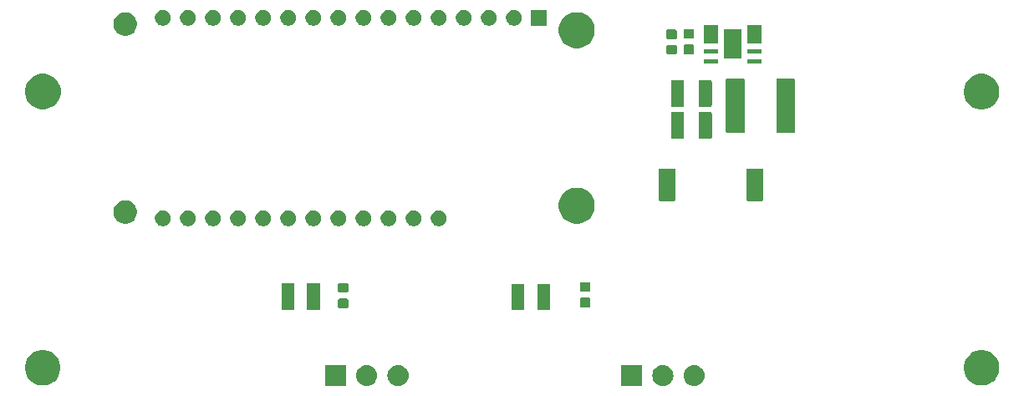
<source format=gbr>
G04 #@! TF.GenerationSoftware,KiCad,Pcbnew,5.1.4*
G04 #@! TF.CreationDate,2019-08-23T17:49:04-04:00*
G04 #@! TF.ProjectId,siot-gateway-particle,73696f74-2d67-4617-9465-7761792d7061,rev?*
G04 #@! TF.SameCoordinates,Original*
G04 #@! TF.FileFunction,Soldermask,Top*
G04 #@! TF.FilePolarity,Negative*
%FSLAX46Y46*%
G04 Gerber Fmt 4.6, Leading zero omitted, Abs format (unit mm)*
G04 Created by KiCad (PCBNEW 5.1.4) date 2019-08-23 17:49:04*
%MOMM*%
%LPD*%
G04 APERTURE LIST*
%ADD10C,0.100000*%
G04 APERTURE END LIST*
D10*
G36*
X125066800Y-114066800D02*
G01*
X122933200Y-114066800D01*
X122933200Y-111933200D01*
X125066800Y-111933200D01*
X125066800Y-114066800D01*
X125066800Y-114066800D01*
G37*
G36*
X157384129Y-111948636D02*
G01*
X157585222Y-112009637D01*
X157770550Y-112108697D01*
X157932991Y-112242009D01*
X158066303Y-112404450D01*
X158165363Y-112589778D01*
X158226364Y-112790871D01*
X158246961Y-113000000D01*
X158226364Y-113209129D01*
X158165363Y-113410222D01*
X158066303Y-113595550D01*
X157932991Y-113757991D01*
X157770550Y-113891303D01*
X157585222Y-113990363D01*
X157384129Y-114051364D01*
X157227402Y-114066800D01*
X157122598Y-114066800D01*
X156965871Y-114051364D01*
X156764778Y-113990363D01*
X156579450Y-113891303D01*
X156417009Y-113757991D01*
X156283697Y-113595550D01*
X156184637Y-113410222D01*
X156123636Y-113209129D01*
X156103039Y-113000000D01*
X156123636Y-112790871D01*
X156184637Y-112589778D01*
X156283697Y-112404450D01*
X156417009Y-112242009D01*
X156579450Y-112108697D01*
X156764778Y-112009637D01*
X156965871Y-111948636D01*
X157122598Y-111933200D01*
X157227402Y-111933200D01*
X157384129Y-111948636D01*
X157384129Y-111948636D01*
G37*
G36*
X160559129Y-111948636D02*
G01*
X160760222Y-112009637D01*
X160945550Y-112108697D01*
X161107991Y-112242009D01*
X161241303Y-112404450D01*
X161340363Y-112589778D01*
X161401364Y-112790871D01*
X161421961Y-113000000D01*
X161401364Y-113209129D01*
X161340363Y-113410222D01*
X161241303Y-113595550D01*
X161107991Y-113757991D01*
X160945550Y-113891303D01*
X160760222Y-113990363D01*
X160559129Y-114051364D01*
X160402402Y-114066800D01*
X160297598Y-114066800D01*
X160140871Y-114051364D01*
X159939778Y-113990363D01*
X159754450Y-113891303D01*
X159592009Y-113757991D01*
X159458697Y-113595550D01*
X159359637Y-113410222D01*
X159298636Y-113209129D01*
X159278039Y-113000000D01*
X159298636Y-112790871D01*
X159359637Y-112589778D01*
X159458697Y-112404450D01*
X159592009Y-112242009D01*
X159754450Y-112108697D01*
X159939778Y-112009637D01*
X160140871Y-111948636D01*
X160297598Y-111933200D01*
X160402402Y-111933200D01*
X160559129Y-111948636D01*
X160559129Y-111948636D01*
G37*
G36*
X155066800Y-114066800D02*
G01*
X152933200Y-114066800D01*
X152933200Y-111933200D01*
X155066800Y-111933200D01*
X155066800Y-114066800D01*
X155066800Y-114066800D01*
G37*
G36*
X127384129Y-111948636D02*
G01*
X127585222Y-112009637D01*
X127770550Y-112108697D01*
X127932991Y-112242009D01*
X128066303Y-112404450D01*
X128165363Y-112589778D01*
X128226364Y-112790871D01*
X128246961Y-113000000D01*
X128226364Y-113209129D01*
X128165363Y-113410222D01*
X128066303Y-113595550D01*
X127932991Y-113757991D01*
X127770550Y-113891303D01*
X127585222Y-113990363D01*
X127384129Y-114051364D01*
X127227402Y-114066800D01*
X127122598Y-114066800D01*
X126965871Y-114051364D01*
X126764778Y-113990363D01*
X126579450Y-113891303D01*
X126417009Y-113757991D01*
X126283697Y-113595550D01*
X126184637Y-113410222D01*
X126123636Y-113209129D01*
X126103039Y-113000000D01*
X126123636Y-112790871D01*
X126184637Y-112589778D01*
X126283697Y-112404450D01*
X126417009Y-112242009D01*
X126579450Y-112108697D01*
X126764778Y-112009637D01*
X126965871Y-111948636D01*
X127122598Y-111933200D01*
X127227402Y-111933200D01*
X127384129Y-111948636D01*
X127384129Y-111948636D01*
G37*
G36*
X130559129Y-111948636D02*
G01*
X130760222Y-112009637D01*
X130945550Y-112108697D01*
X131107991Y-112242009D01*
X131241303Y-112404450D01*
X131340363Y-112589778D01*
X131401364Y-112790871D01*
X131421961Y-113000000D01*
X131401364Y-113209129D01*
X131340363Y-113410222D01*
X131241303Y-113595550D01*
X131107991Y-113757991D01*
X130945550Y-113891303D01*
X130760222Y-113990363D01*
X130559129Y-114051364D01*
X130402402Y-114066800D01*
X130297598Y-114066800D01*
X130140871Y-114051364D01*
X129939778Y-113990363D01*
X129754450Y-113891303D01*
X129592009Y-113757991D01*
X129458697Y-113595550D01*
X129359637Y-113410222D01*
X129298636Y-113209129D01*
X129278039Y-113000000D01*
X129298636Y-112790871D01*
X129359637Y-112589778D01*
X129458697Y-112404450D01*
X129592009Y-112242009D01*
X129754450Y-112108697D01*
X129939778Y-112009637D01*
X130140871Y-111948636D01*
X130297598Y-111933200D01*
X130402402Y-111933200D01*
X130559129Y-111948636D01*
X130559129Y-111948636D01*
G37*
G36*
X189975274Y-110478404D02*
G01*
X190302999Y-110614152D01*
X190523707Y-110761625D01*
X190597945Y-110811229D01*
X190848771Y-111062055D01*
X190848772Y-111062057D01*
X191045848Y-111357001D01*
X191181596Y-111684726D01*
X191250800Y-112032637D01*
X191250800Y-112387363D01*
X191181596Y-112735274D01*
X191045848Y-113062999D01*
X190898375Y-113283707D01*
X190848771Y-113357945D01*
X190597945Y-113608771D01*
X190523707Y-113658375D01*
X190302999Y-113805848D01*
X189975274Y-113941596D01*
X189627363Y-114010800D01*
X189272637Y-114010800D01*
X188924726Y-113941596D01*
X188597001Y-113805848D01*
X188376293Y-113658375D01*
X188302055Y-113608771D01*
X188051229Y-113357945D01*
X188001625Y-113283707D01*
X187854152Y-113062999D01*
X187718404Y-112735274D01*
X187649200Y-112387363D01*
X187649200Y-112032637D01*
X187718404Y-111684726D01*
X187854152Y-111357001D01*
X188051228Y-111062057D01*
X188051229Y-111062055D01*
X188302055Y-110811229D01*
X188376293Y-110761625D01*
X188597001Y-110614152D01*
X188924726Y-110478404D01*
X189272637Y-110409200D01*
X189627363Y-110409200D01*
X189975274Y-110478404D01*
X189975274Y-110478404D01*
G37*
G36*
X94885274Y-110468404D02*
G01*
X95212999Y-110604152D01*
X95433707Y-110751625D01*
X95507945Y-110801229D01*
X95758771Y-111052055D01*
X95765454Y-111062057D01*
X95955848Y-111347001D01*
X96091596Y-111674726D01*
X96160800Y-112022637D01*
X96160800Y-112377363D01*
X96091596Y-112725274D01*
X95955848Y-113052999D01*
X95851525Y-113209129D01*
X95758771Y-113347945D01*
X95507945Y-113598771D01*
X95492977Y-113608772D01*
X95212999Y-113795848D01*
X94885274Y-113931596D01*
X94537363Y-114000800D01*
X94182637Y-114000800D01*
X93834726Y-113931596D01*
X93507001Y-113795848D01*
X93227023Y-113608772D01*
X93212055Y-113598771D01*
X92961229Y-113347945D01*
X92868475Y-113209129D01*
X92764152Y-113052999D01*
X92628404Y-112725274D01*
X92559200Y-112377363D01*
X92559200Y-112022637D01*
X92628404Y-111674726D01*
X92764152Y-111347001D01*
X92954546Y-111062057D01*
X92961229Y-111052055D01*
X93212055Y-110801229D01*
X93286293Y-110751625D01*
X93507001Y-110604152D01*
X93834726Y-110468404D01*
X94182637Y-110399200D01*
X94537363Y-110399200D01*
X94885274Y-110468404D01*
X94885274Y-110468404D01*
G37*
G36*
X145780800Y-106375800D02*
G01*
X144459200Y-106375800D01*
X144459200Y-103724200D01*
X145780800Y-103724200D01*
X145780800Y-106375800D01*
X145780800Y-106375800D01*
G37*
G36*
X143160800Y-106375800D02*
G01*
X141839200Y-106375800D01*
X141839200Y-103724200D01*
X143160800Y-103724200D01*
X143160800Y-106375800D01*
X143160800Y-106375800D01*
G37*
G36*
X119850800Y-106325800D02*
G01*
X118529200Y-106325800D01*
X118529200Y-103674200D01*
X119850800Y-103674200D01*
X119850800Y-106325800D01*
X119850800Y-106325800D01*
G37*
G36*
X122470800Y-106325800D02*
G01*
X121149200Y-106325800D01*
X121149200Y-103674200D01*
X122470800Y-103674200D01*
X122470800Y-106325800D01*
X122470800Y-106325800D01*
G37*
G36*
X125193528Y-105203114D02*
G01*
X125224166Y-105212408D01*
X125252416Y-105227508D01*
X125277174Y-105247826D01*
X125297492Y-105272584D01*
X125312592Y-105300834D01*
X125321886Y-105331472D01*
X125325800Y-105371214D01*
X125325800Y-106003786D01*
X125321886Y-106043528D01*
X125312592Y-106074166D01*
X125297492Y-106102416D01*
X125277174Y-106127174D01*
X125252416Y-106147492D01*
X125224166Y-106162592D01*
X125193528Y-106171886D01*
X125153786Y-106175800D01*
X124446214Y-106175800D01*
X124406472Y-106171886D01*
X124375834Y-106162592D01*
X124347584Y-106147492D01*
X124322826Y-106127174D01*
X124302508Y-106102416D01*
X124287408Y-106074166D01*
X124278114Y-106043528D01*
X124274200Y-106003786D01*
X124274200Y-105371214D01*
X124278114Y-105331472D01*
X124287408Y-105300834D01*
X124302508Y-105272584D01*
X124322826Y-105247826D01*
X124347584Y-105227508D01*
X124375834Y-105212408D01*
X124406472Y-105203114D01*
X124446214Y-105199200D01*
X125153786Y-105199200D01*
X125193528Y-105203114D01*
X125193528Y-105203114D01*
G37*
G36*
X149693528Y-105115614D02*
G01*
X149724166Y-105124908D01*
X149752416Y-105140008D01*
X149777174Y-105160326D01*
X149797492Y-105185084D01*
X149812592Y-105213334D01*
X149821886Y-105243972D01*
X149825800Y-105283714D01*
X149825800Y-105916286D01*
X149821886Y-105956028D01*
X149812592Y-105986666D01*
X149797492Y-106014916D01*
X149777174Y-106039674D01*
X149752416Y-106059992D01*
X149724166Y-106075092D01*
X149693528Y-106084386D01*
X149653786Y-106088300D01*
X148946214Y-106088300D01*
X148906472Y-106084386D01*
X148875834Y-106075092D01*
X148847584Y-106059992D01*
X148822826Y-106039674D01*
X148802508Y-106014916D01*
X148787408Y-105986666D01*
X148778114Y-105956028D01*
X148774200Y-105916286D01*
X148774200Y-105283714D01*
X148778114Y-105243972D01*
X148787408Y-105213334D01*
X148802508Y-105185084D01*
X148822826Y-105160326D01*
X148847584Y-105140008D01*
X148875834Y-105124908D01*
X148906472Y-105115614D01*
X148946214Y-105111700D01*
X149653786Y-105111700D01*
X149693528Y-105115614D01*
X149693528Y-105115614D01*
G37*
G36*
X125193528Y-103628114D02*
G01*
X125224166Y-103637408D01*
X125252416Y-103652508D01*
X125277174Y-103672826D01*
X125297492Y-103697584D01*
X125312592Y-103725834D01*
X125321886Y-103756472D01*
X125325800Y-103796214D01*
X125325800Y-104428786D01*
X125321886Y-104468528D01*
X125312592Y-104499166D01*
X125297492Y-104527416D01*
X125277174Y-104552174D01*
X125252416Y-104572492D01*
X125224166Y-104587592D01*
X125193528Y-104596886D01*
X125153786Y-104600800D01*
X124446214Y-104600800D01*
X124406472Y-104596886D01*
X124375834Y-104587592D01*
X124347584Y-104572492D01*
X124322826Y-104552174D01*
X124302508Y-104527416D01*
X124287408Y-104499166D01*
X124278114Y-104468528D01*
X124274200Y-104428786D01*
X124274200Y-103796214D01*
X124278114Y-103756472D01*
X124287408Y-103725834D01*
X124302508Y-103697584D01*
X124322826Y-103672826D01*
X124347584Y-103652508D01*
X124375834Y-103637408D01*
X124406472Y-103628114D01*
X124446214Y-103624200D01*
X125153786Y-103624200D01*
X125193528Y-103628114D01*
X125193528Y-103628114D01*
G37*
G36*
X149693528Y-103540614D02*
G01*
X149724166Y-103549908D01*
X149752416Y-103565008D01*
X149777174Y-103585326D01*
X149797492Y-103610084D01*
X149812592Y-103638334D01*
X149821886Y-103668972D01*
X149825800Y-103708714D01*
X149825800Y-104341286D01*
X149821886Y-104381028D01*
X149812592Y-104411666D01*
X149797492Y-104439916D01*
X149777174Y-104464674D01*
X149752416Y-104484992D01*
X149724166Y-104500092D01*
X149693528Y-104509386D01*
X149653786Y-104513300D01*
X148946214Y-104513300D01*
X148906472Y-104509386D01*
X148875834Y-104500092D01*
X148847584Y-104484992D01*
X148822826Y-104464674D01*
X148802508Y-104439916D01*
X148787408Y-104411666D01*
X148778114Y-104381028D01*
X148774200Y-104341286D01*
X148774200Y-103708714D01*
X148778114Y-103668972D01*
X148787408Y-103638334D01*
X148802508Y-103610084D01*
X148822826Y-103585326D01*
X148847584Y-103565008D01*
X148875834Y-103549908D01*
X148906472Y-103540614D01*
X148946214Y-103536700D01*
X149653786Y-103536700D01*
X149693528Y-103540614D01*
X149693528Y-103540614D01*
G37*
G36*
X134714751Y-96276128D02*
G01*
X134714753Y-96276129D01*
X134714754Y-96276129D01*
X134861216Y-96336795D01*
X134993031Y-96424872D01*
X135105128Y-96536969D01*
X135193205Y-96668784D01*
X135253871Y-96815246D01*
X135253872Y-96815249D01*
X135284800Y-96970734D01*
X135284800Y-97129266D01*
X135270626Y-97200521D01*
X135253871Y-97284754D01*
X135193205Y-97431216D01*
X135105128Y-97563031D01*
X134993031Y-97675128D01*
X134861216Y-97763205D01*
X134714754Y-97823871D01*
X134714753Y-97823871D01*
X134714751Y-97823872D01*
X134559266Y-97854800D01*
X134400734Y-97854800D01*
X134245249Y-97823872D01*
X134245247Y-97823871D01*
X134245246Y-97823871D01*
X134098784Y-97763205D01*
X133966969Y-97675128D01*
X133854872Y-97563031D01*
X133766795Y-97431216D01*
X133706129Y-97284754D01*
X133689374Y-97200521D01*
X133675200Y-97129266D01*
X133675200Y-96970734D01*
X133706128Y-96815249D01*
X133706129Y-96815246D01*
X133766795Y-96668784D01*
X133854872Y-96536969D01*
X133966969Y-96424872D01*
X134098784Y-96336795D01*
X134245246Y-96276129D01*
X134245247Y-96276129D01*
X134245249Y-96276128D01*
X134400734Y-96245200D01*
X134559266Y-96245200D01*
X134714751Y-96276128D01*
X134714751Y-96276128D01*
G37*
G36*
X132174751Y-96276128D02*
G01*
X132174753Y-96276129D01*
X132174754Y-96276129D01*
X132321216Y-96336795D01*
X132453031Y-96424872D01*
X132565128Y-96536969D01*
X132653205Y-96668784D01*
X132713871Y-96815246D01*
X132713872Y-96815249D01*
X132744800Y-96970734D01*
X132744800Y-97129266D01*
X132730626Y-97200521D01*
X132713871Y-97284754D01*
X132653205Y-97431216D01*
X132565128Y-97563031D01*
X132453031Y-97675128D01*
X132321216Y-97763205D01*
X132174754Y-97823871D01*
X132174753Y-97823871D01*
X132174751Y-97823872D01*
X132019266Y-97854800D01*
X131860734Y-97854800D01*
X131705249Y-97823872D01*
X131705247Y-97823871D01*
X131705246Y-97823871D01*
X131558784Y-97763205D01*
X131426969Y-97675128D01*
X131314872Y-97563031D01*
X131226795Y-97431216D01*
X131166129Y-97284754D01*
X131149374Y-97200521D01*
X131135200Y-97129266D01*
X131135200Y-96970734D01*
X131166128Y-96815249D01*
X131166129Y-96815246D01*
X131226795Y-96668784D01*
X131314872Y-96536969D01*
X131426969Y-96424872D01*
X131558784Y-96336795D01*
X131705246Y-96276129D01*
X131705247Y-96276129D01*
X131705249Y-96276128D01*
X131860734Y-96245200D01*
X132019266Y-96245200D01*
X132174751Y-96276128D01*
X132174751Y-96276128D01*
G37*
G36*
X127094751Y-96276128D02*
G01*
X127094753Y-96276129D01*
X127094754Y-96276129D01*
X127241216Y-96336795D01*
X127373031Y-96424872D01*
X127485128Y-96536969D01*
X127573205Y-96668784D01*
X127633871Y-96815246D01*
X127633872Y-96815249D01*
X127664800Y-96970734D01*
X127664800Y-97129266D01*
X127650626Y-97200521D01*
X127633871Y-97284754D01*
X127573205Y-97431216D01*
X127485128Y-97563031D01*
X127373031Y-97675128D01*
X127241216Y-97763205D01*
X127094754Y-97823871D01*
X127094753Y-97823871D01*
X127094751Y-97823872D01*
X126939266Y-97854800D01*
X126780734Y-97854800D01*
X126625249Y-97823872D01*
X126625247Y-97823871D01*
X126625246Y-97823871D01*
X126478784Y-97763205D01*
X126346969Y-97675128D01*
X126234872Y-97563031D01*
X126146795Y-97431216D01*
X126086129Y-97284754D01*
X126069374Y-97200521D01*
X126055200Y-97129266D01*
X126055200Y-96970734D01*
X126086128Y-96815249D01*
X126086129Y-96815246D01*
X126146795Y-96668784D01*
X126234872Y-96536969D01*
X126346969Y-96424872D01*
X126478784Y-96336795D01*
X126625246Y-96276129D01*
X126625247Y-96276129D01*
X126625249Y-96276128D01*
X126780734Y-96245200D01*
X126939266Y-96245200D01*
X127094751Y-96276128D01*
X127094751Y-96276128D01*
G37*
G36*
X111854751Y-96276128D02*
G01*
X111854753Y-96276129D01*
X111854754Y-96276129D01*
X112001216Y-96336795D01*
X112133031Y-96424872D01*
X112245128Y-96536969D01*
X112333205Y-96668784D01*
X112393871Y-96815246D01*
X112393872Y-96815249D01*
X112424800Y-96970734D01*
X112424800Y-97129266D01*
X112410626Y-97200521D01*
X112393871Y-97284754D01*
X112333205Y-97431216D01*
X112245128Y-97563031D01*
X112133031Y-97675128D01*
X112001216Y-97763205D01*
X111854754Y-97823871D01*
X111854753Y-97823871D01*
X111854751Y-97823872D01*
X111699266Y-97854800D01*
X111540734Y-97854800D01*
X111385249Y-97823872D01*
X111385247Y-97823871D01*
X111385246Y-97823871D01*
X111238784Y-97763205D01*
X111106969Y-97675128D01*
X110994872Y-97563031D01*
X110906795Y-97431216D01*
X110846129Y-97284754D01*
X110829374Y-97200521D01*
X110815200Y-97129266D01*
X110815200Y-96970734D01*
X110846128Y-96815249D01*
X110846129Y-96815246D01*
X110906795Y-96668784D01*
X110994872Y-96536969D01*
X111106969Y-96424872D01*
X111238784Y-96336795D01*
X111385246Y-96276129D01*
X111385247Y-96276129D01*
X111385249Y-96276128D01*
X111540734Y-96245200D01*
X111699266Y-96245200D01*
X111854751Y-96276128D01*
X111854751Y-96276128D01*
G37*
G36*
X124554751Y-96276128D02*
G01*
X124554753Y-96276129D01*
X124554754Y-96276129D01*
X124701216Y-96336795D01*
X124833031Y-96424872D01*
X124945128Y-96536969D01*
X125033205Y-96668784D01*
X125093871Y-96815246D01*
X125093872Y-96815249D01*
X125124800Y-96970734D01*
X125124800Y-97129266D01*
X125110626Y-97200521D01*
X125093871Y-97284754D01*
X125033205Y-97431216D01*
X124945128Y-97563031D01*
X124833031Y-97675128D01*
X124701216Y-97763205D01*
X124554754Y-97823871D01*
X124554753Y-97823871D01*
X124554751Y-97823872D01*
X124399266Y-97854800D01*
X124240734Y-97854800D01*
X124085249Y-97823872D01*
X124085247Y-97823871D01*
X124085246Y-97823871D01*
X123938784Y-97763205D01*
X123806969Y-97675128D01*
X123694872Y-97563031D01*
X123606795Y-97431216D01*
X123546129Y-97284754D01*
X123529374Y-97200521D01*
X123515200Y-97129266D01*
X123515200Y-96970734D01*
X123546128Y-96815249D01*
X123546129Y-96815246D01*
X123606795Y-96668784D01*
X123694872Y-96536969D01*
X123806969Y-96424872D01*
X123938784Y-96336795D01*
X124085246Y-96276129D01*
X124085247Y-96276129D01*
X124085249Y-96276128D01*
X124240734Y-96245200D01*
X124399266Y-96245200D01*
X124554751Y-96276128D01*
X124554751Y-96276128D01*
G37*
G36*
X122014751Y-96276128D02*
G01*
X122014753Y-96276129D01*
X122014754Y-96276129D01*
X122161216Y-96336795D01*
X122293031Y-96424872D01*
X122405128Y-96536969D01*
X122493205Y-96668784D01*
X122553871Y-96815246D01*
X122553872Y-96815249D01*
X122584800Y-96970734D01*
X122584800Y-97129266D01*
X122570626Y-97200521D01*
X122553871Y-97284754D01*
X122493205Y-97431216D01*
X122405128Y-97563031D01*
X122293031Y-97675128D01*
X122161216Y-97763205D01*
X122014754Y-97823871D01*
X122014753Y-97823871D01*
X122014751Y-97823872D01*
X121859266Y-97854800D01*
X121700734Y-97854800D01*
X121545249Y-97823872D01*
X121545247Y-97823871D01*
X121545246Y-97823871D01*
X121398784Y-97763205D01*
X121266969Y-97675128D01*
X121154872Y-97563031D01*
X121066795Y-97431216D01*
X121006129Y-97284754D01*
X120989374Y-97200521D01*
X120975200Y-97129266D01*
X120975200Y-96970734D01*
X121006128Y-96815249D01*
X121006129Y-96815246D01*
X121066795Y-96668784D01*
X121154872Y-96536969D01*
X121266969Y-96424872D01*
X121398784Y-96336795D01*
X121545246Y-96276129D01*
X121545247Y-96276129D01*
X121545249Y-96276128D01*
X121700734Y-96245200D01*
X121859266Y-96245200D01*
X122014751Y-96276128D01*
X122014751Y-96276128D01*
G37*
G36*
X119474751Y-96276128D02*
G01*
X119474753Y-96276129D01*
X119474754Y-96276129D01*
X119621216Y-96336795D01*
X119753031Y-96424872D01*
X119865128Y-96536969D01*
X119953205Y-96668784D01*
X120013871Y-96815246D01*
X120013872Y-96815249D01*
X120044800Y-96970734D01*
X120044800Y-97129266D01*
X120030626Y-97200521D01*
X120013871Y-97284754D01*
X119953205Y-97431216D01*
X119865128Y-97563031D01*
X119753031Y-97675128D01*
X119621216Y-97763205D01*
X119474754Y-97823871D01*
X119474753Y-97823871D01*
X119474751Y-97823872D01*
X119319266Y-97854800D01*
X119160734Y-97854800D01*
X119005249Y-97823872D01*
X119005247Y-97823871D01*
X119005246Y-97823871D01*
X118858784Y-97763205D01*
X118726969Y-97675128D01*
X118614872Y-97563031D01*
X118526795Y-97431216D01*
X118466129Y-97284754D01*
X118449374Y-97200521D01*
X118435200Y-97129266D01*
X118435200Y-96970734D01*
X118466128Y-96815249D01*
X118466129Y-96815246D01*
X118526795Y-96668784D01*
X118614872Y-96536969D01*
X118726969Y-96424872D01*
X118858784Y-96336795D01*
X119005246Y-96276129D01*
X119005247Y-96276129D01*
X119005249Y-96276128D01*
X119160734Y-96245200D01*
X119319266Y-96245200D01*
X119474751Y-96276128D01*
X119474751Y-96276128D01*
G37*
G36*
X116934751Y-96276128D02*
G01*
X116934753Y-96276129D01*
X116934754Y-96276129D01*
X117081216Y-96336795D01*
X117213031Y-96424872D01*
X117325128Y-96536969D01*
X117413205Y-96668784D01*
X117473871Y-96815246D01*
X117473872Y-96815249D01*
X117504800Y-96970734D01*
X117504800Y-97129266D01*
X117490626Y-97200521D01*
X117473871Y-97284754D01*
X117413205Y-97431216D01*
X117325128Y-97563031D01*
X117213031Y-97675128D01*
X117081216Y-97763205D01*
X116934754Y-97823871D01*
X116934753Y-97823871D01*
X116934751Y-97823872D01*
X116779266Y-97854800D01*
X116620734Y-97854800D01*
X116465249Y-97823872D01*
X116465247Y-97823871D01*
X116465246Y-97823871D01*
X116318784Y-97763205D01*
X116186969Y-97675128D01*
X116074872Y-97563031D01*
X115986795Y-97431216D01*
X115926129Y-97284754D01*
X115909374Y-97200521D01*
X115895200Y-97129266D01*
X115895200Y-96970734D01*
X115926128Y-96815249D01*
X115926129Y-96815246D01*
X115986795Y-96668784D01*
X116074872Y-96536969D01*
X116186969Y-96424872D01*
X116318784Y-96336795D01*
X116465246Y-96276129D01*
X116465247Y-96276129D01*
X116465249Y-96276128D01*
X116620734Y-96245200D01*
X116779266Y-96245200D01*
X116934751Y-96276128D01*
X116934751Y-96276128D01*
G37*
G36*
X114394751Y-96276128D02*
G01*
X114394753Y-96276129D01*
X114394754Y-96276129D01*
X114541216Y-96336795D01*
X114673031Y-96424872D01*
X114785128Y-96536969D01*
X114873205Y-96668784D01*
X114933871Y-96815246D01*
X114933872Y-96815249D01*
X114964800Y-96970734D01*
X114964800Y-97129266D01*
X114950626Y-97200521D01*
X114933871Y-97284754D01*
X114873205Y-97431216D01*
X114785128Y-97563031D01*
X114673031Y-97675128D01*
X114541216Y-97763205D01*
X114394754Y-97823871D01*
X114394753Y-97823871D01*
X114394751Y-97823872D01*
X114239266Y-97854800D01*
X114080734Y-97854800D01*
X113925249Y-97823872D01*
X113925247Y-97823871D01*
X113925246Y-97823871D01*
X113778784Y-97763205D01*
X113646969Y-97675128D01*
X113534872Y-97563031D01*
X113446795Y-97431216D01*
X113386129Y-97284754D01*
X113369374Y-97200521D01*
X113355200Y-97129266D01*
X113355200Y-96970734D01*
X113386128Y-96815249D01*
X113386129Y-96815246D01*
X113446795Y-96668784D01*
X113534872Y-96536969D01*
X113646969Y-96424872D01*
X113778784Y-96336795D01*
X113925246Y-96276129D01*
X113925247Y-96276129D01*
X113925249Y-96276128D01*
X114080734Y-96245200D01*
X114239266Y-96245200D01*
X114394751Y-96276128D01*
X114394751Y-96276128D01*
G37*
G36*
X109314751Y-96276128D02*
G01*
X109314753Y-96276129D01*
X109314754Y-96276129D01*
X109461216Y-96336795D01*
X109593031Y-96424872D01*
X109705128Y-96536969D01*
X109793205Y-96668784D01*
X109853871Y-96815246D01*
X109853872Y-96815249D01*
X109884800Y-96970734D01*
X109884800Y-97129266D01*
X109870626Y-97200521D01*
X109853871Y-97284754D01*
X109793205Y-97431216D01*
X109705128Y-97563031D01*
X109593031Y-97675128D01*
X109461216Y-97763205D01*
X109314754Y-97823871D01*
X109314753Y-97823871D01*
X109314751Y-97823872D01*
X109159266Y-97854800D01*
X109000734Y-97854800D01*
X108845249Y-97823872D01*
X108845247Y-97823871D01*
X108845246Y-97823871D01*
X108698784Y-97763205D01*
X108566969Y-97675128D01*
X108454872Y-97563031D01*
X108366795Y-97431216D01*
X108306129Y-97284754D01*
X108289374Y-97200521D01*
X108275200Y-97129266D01*
X108275200Y-96970734D01*
X108306128Y-96815249D01*
X108306129Y-96815246D01*
X108366795Y-96668784D01*
X108454872Y-96536969D01*
X108566969Y-96424872D01*
X108698784Y-96336795D01*
X108845246Y-96276129D01*
X108845247Y-96276129D01*
X108845249Y-96276128D01*
X109000734Y-96245200D01*
X109159266Y-96245200D01*
X109314751Y-96276128D01*
X109314751Y-96276128D01*
G37*
G36*
X106774751Y-96276128D02*
G01*
X106774753Y-96276129D01*
X106774754Y-96276129D01*
X106921216Y-96336795D01*
X107053031Y-96424872D01*
X107165128Y-96536969D01*
X107253205Y-96668784D01*
X107313871Y-96815246D01*
X107313872Y-96815249D01*
X107344800Y-96970734D01*
X107344800Y-97129266D01*
X107330626Y-97200521D01*
X107313871Y-97284754D01*
X107253205Y-97431216D01*
X107165128Y-97563031D01*
X107053031Y-97675128D01*
X106921216Y-97763205D01*
X106774754Y-97823871D01*
X106774753Y-97823871D01*
X106774751Y-97823872D01*
X106619266Y-97854800D01*
X106460734Y-97854800D01*
X106305249Y-97823872D01*
X106305247Y-97823871D01*
X106305246Y-97823871D01*
X106158784Y-97763205D01*
X106026969Y-97675128D01*
X105914872Y-97563031D01*
X105826795Y-97431216D01*
X105766129Y-97284754D01*
X105749374Y-97200521D01*
X105735200Y-97129266D01*
X105735200Y-96970734D01*
X105766128Y-96815249D01*
X105766129Y-96815246D01*
X105826795Y-96668784D01*
X105914872Y-96536969D01*
X106026969Y-96424872D01*
X106158784Y-96336795D01*
X106305246Y-96276129D01*
X106305247Y-96276129D01*
X106305249Y-96276128D01*
X106460734Y-96245200D01*
X106619266Y-96245200D01*
X106774751Y-96276128D01*
X106774751Y-96276128D01*
G37*
G36*
X129634751Y-96276128D02*
G01*
X129634753Y-96276129D01*
X129634754Y-96276129D01*
X129781216Y-96336795D01*
X129913031Y-96424872D01*
X130025128Y-96536969D01*
X130113205Y-96668784D01*
X130173871Y-96815246D01*
X130173872Y-96815249D01*
X130204800Y-96970734D01*
X130204800Y-97129266D01*
X130190626Y-97200521D01*
X130173871Y-97284754D01*
X130113205Y-97431216D01*
X130025128Y-97563031D01*
X129913031Y-97675128D01*
X129781216Y-97763205D01*
X129634754Y-97823871D01*
X129634753Y-97823871D01*
X129634751Y-97823872D01*
X129479266Y-97854800D01*
X129320734Y-97854800D01*
X129165249Y-97823872D01*
X129165247Y-97823871D01*
X129165246Y-97823871D01*
X129018784Y-97763205D01*
X128886969Y-97675128D01*
X128774872Y-97563031D01*
X128686795Y-97431216D01*
X128626129Y-97284754D01*
X128609374Y-97200521D01*
X128595200Y-97129266D01*
X128595200Y-96970734D01*
X128626128Y-96815249D01*
X128626129Y-96815246D01*
X128686795Y-96668784D01*
X128774872Y-96536969D01*
X128886969Y-96424872D01*
X129018784Y-96336795D01*
X129165246Y-96276129D01*
X129165247Y-96276129D01*
X129165249Y-96276128D01*
X129320734Y-96245200D01*
X129479266Y-96245200D01*
X129634751Y-96276128D01*
X129634751Y-96276128D01*
G37*
G36*
X148983441Y-94021480D02*
G01*
X149316262Y-94159338D01*
X149615792Y-94359478D01*
X149870522Y-94614208D01*
X150070662Y-94913738D01*
X150208520Y-95246559D01*
X150278800Y-95599879D01*
X150278800Y-95960121D01*
X150208520Y-96313441D01*
X150070662Y-96646262D01*
X149870522Y-96945792D01*
X149615792Y-97200522D01*
X149316262Y-97400662D01*
X148983441Y-97538520D01*
X148630121Y-97608800D01*
X148269879Y-97608800D01*
X147916559Y-97538520D01*
X147583738Y-97400662D01*
X147284208Y-97200522D01*
X147029478Y-96945792D01*
X146829338Y-96646262D01*
X146691480Y-96313441D01*
X146621200Y-95960121D01*
X146621200Y-95599879D01*
X146691480Y-95246559D01*
X146829338Y-94913738D01*
X147029478Y-94614208D01*
X147284208Y-94359478D01*
X147583738Y-94159338D01*
X147916559Y-94021480D01*
X148269879Y-93951200D01*
X148630121Y-93951200D01*
X148983441Y-94021480D01*
X148983441Y-94021480D01*
G37*
G36*
X103078219Y-95267077D02*
G01*
X103295476Y-95357068D01*
X103491003Y-95487715D01*
X103657285Y-95653997D01*
X103787932Y-95849524D01*
X103877923Y-96066781D01*
X103923800Y-96297421D01*
X103923800Y-96532579D01*
X103877923Y-96763219D01*
X103787932Y-96980476D01*
X103657285Y-97176003D01*
X103491003Y-97342285D01*
X103295476Y-97472932D01*
X103078219Y-97562923D01*
X102847579Y-97608800D01*
X102612421Y-97608800D01*
X102381781Y-97562923D01*
X102164524Y-97472932D01*
X101968997Y-97342285D01*
X101802715Y-97176003D01*
X101672068Y-96980476D01*
X101582077Y-96763219D01*
X101536200Y-96532579D01*
X101536200Y-96297421D01*
X101582077Y-96066781D01*
X101672068Y-95849524D01*
X101802715Y-95653997D01*
X101968997Y-95487715D01*
X102164524Y-95357068D01*
X102381781Y-95267077D01*
X102612421Y-95221200D01*
X102847579Y-95221200D01*
X103078219Y-95267077D01*
X103078219Y-95267077D01*
G37*
G36*
X167245349Y-92012711D02*
G01*
X167272082Y-92020820D01*
X167296708Y-92033983D01*
X167318298Y-92051702D01*
X167336017Y-92073292D01*
X167349180Y-92097918D01*
X167357289Y-92124651D01*
X167360800Y-92160296D01*
X167360800Y-95159704D01*
X167357289Y-95195349D01*
X167349180Y-95222082D01*
X167336017Y-95246708D01*
X167318298Y-95268298D01*
X167296708Y-95286017D01*
X167272082Y-95299180D01*
X167245349Y-95307289D01*
X167209704Y-95310800D01*
X165810296Y-95310800D01*
X165774651Y-95307289D01*
X165747918Y-95299180D01*
X165723292Y-95286017D01*
X165701702Y-95268298D01*
X165683983Y-95246708D01*
X165670820Y-95222082D01*
X165662711Y-95195349D01*
X165659200Y-95159704D01*
X165659200Y-92160296D01*
X165662711Y-92124651D01*
X165670820Y-92097918D01*
X165683983Y-92073292D01*
X165701702Y-92051702D01*
X165723292Y-92033983D01*
X165747918Y-92020820D01*
X165774651Y-92012711D01*
X165810296Y-92009200D01*
X167209704Y-92009200D01*
X167245349Y-92012711D01*
X167245349Y-92012711D01*
G37*
G36*
X158345349Y-92012711D02*
G01*
X158372082Y-92020820D01*
X158396708Y-92033983D01*
X158418298Y-92051702D01*
X158436017Y-92073292D01*
X158449180Y-92097918D01*
X158457289Y-92124651D01*
X158460800Y-92160296D01*
X158460800Y-95159704D01*
X158457289Y-95195349D01*
X158449180Y-95222082D01*
X158436017Y-95246708D01*
X158418298Y-95268298D01*
X158396708Y-95286017D01*
X158372082Y-95299180D01*
X158345349Y-95307289D01*
X158309704Y-95310800D01*
X156910296Y-95310800D01*
X156874651Y-95307289D01*
X156847918Y-95299180D01*
X156823292Y-95286017D01*
X156801702Y-95268298D01*
X156783983Y-95246708D01*
X156770820Y-95222082D01*
X156762711Y-95195349D01*
X156759200Y-95159704D01*
X156759200Y-92160296D01*
X156762711Y-92124651D01*
X156770820Y-92097918D01*
X156783983Y-92073292D01*
X156801702Y-92051702D01*
X156823292Y-92033983D01*
X156847918Y-92020820D01*
X156874651Y-92012711D01*
X156910296Y-92009200D01*
X158309704Y-92009200D01*
X158345349Y-92012711D01*
X158345349Y-92012711D01*
G37*
G36*
X161995340Y-86288310D02*
G01*
X162027892Y-86298185D01*
X162057898Y-86314223D01*
X162084195Y-86335805D01*
X162105777Y-86362102D01*
X162121815Y-86392108D01*
X162131690Y-86424660D01*
X162135800Y-86466385D01*
X162135800Y-88853615D01*
X162131690Y-88895340D01*
X162121815Y-88927892D01*
X162105777Y-88957898D01*
X162084195Y-88984195D01*
X162057898Y-89005777D01*
X162027892Y-89021815D01*
X161995340Y-89031690D01*
X161953615Y-89035800D01*
X160966385Y-89035800D01*
X160924660Y-89031690D01*
X160892108Y-89021815D01*
X160862102Y-89005777D01*
X160835805Y-88984195D01*
X160814223Y-88957898D01*
X160798185Y-88927892D01*
X160788310Y-88895340D01*
X160784200Y-88853615D01*
X160784200Y-86466385D01*
X160788310Y-86424660D01*
X160798185Y-86392108D01*
X160814223Y-86362102D01*
X160835805Y-86335805D01*
X160862102Y-86314223D01*
X160892108Y-86298185D01*
X160924660Y-86288310D01*
X160966385Y-86284200D01*
X161953615Y-86284200D01*
X161995340Y-86288310D01*
X161995340Y-86288310D01*
G37*
G36*
X159195340Y-86288310D02*
G01*
X159227892Y-86298185D01*
X159257898Y-86314223D01*
X159284195Y-86335805D01*
X159305777Y-86362102D01*
X159321815Y-86392108D01*
X159331690Y-86424660D01*
X159335800Y-86466385D01*
X159335800Y-88853615D01*
X159331690Y-88895340D01*
X159321815Y-88927892D01*
X159305777Y-88957898D01*
X159284195Y-88984195D01*
X159257898Y-89005777D01*
X159227892Y-89021815D01*
X159195340Y-89031690D01*
X159153615Y-89035800D01*
X158166385Y-89035800D01*
X158124660Y-89031690D01*
X158092108Y-89021815D01*
X158062102Y-89005777D01*
X158035805Y-88984195D01*
X158014223Y-88957898D01*
X157998185Y-88927892D01*
X157988310Y-88895340D01*
X157984200Y-88853615D01*
X157984200Y-86466385D01*
X157988310Y-86424660D01*
X157998185Y-86392108D01*
X158014223Y-86362102D01*
X158035805Y-86335805D01*
X158062102Y-86314223D01*
X158092108Y-86298185D01*
X158124660Y-86288310D01*
X158166385Y-86284200D01*
X159153615Y-86284200D01*
X159195340Y-86288310D01*
X159195340Y-86288310D01*
G37*
G36*
X170441077Y-82912815D02*
G01*
X170468798Y-82921224D01*
X170494347Y-82934880D01*
X170516741Y-82953259D01*
X170535120Y-82975653D01*
X170548776Y-83001202D01*
X170557185Y-83028923D01*
X170560800Y-83065621D01*
X170560800Y-88254379D01*
X170557185Y-88291077D01*
X170548776Y-88318798D01*
X170535120Y-88344347D01*
X170516741Y-88366741D01*
X170494347Y-88385120D01*
X170468798Y-88398776D01*
X170441077Y-88407185D01*
X170404379Y-88410800D01*
X168815621Y-88410800D01*
X168778923Y-88407185D01*
X168751202Y-88398776D01*
X168725653Y-88385120D01*
X168703259Y-88366741D01*
X168684880Y-88344347D01*
X168671224Y-88318798D01*
X168662815Y-88291077D01*
X168659200Y-88254379D01*
X168659200Y-83065621D01*
X168662815Y-83028923D01*
X168671224Y-83001202D01*
X168684880Y-82975653D01*
X168703259Y-82953259D01*
X168725653Y-82934880D01*
X168751202Y-82921224D01*
X168778923Y-82912815D01*
X168815621Y-82909200D01*
X170404379Y-82909200D01*
X170441077Y-82912815D01*
X170441077Y-82912815D01*
G37*
G36*
X165341077Y-82912815D02*
G01*
X165368798Y-82921224D01*
X165394347Y-82934880D01*
X165416741Y-82953259D01*
X165435120Y-82975653D01*
X165448776Y-83001202D01*
X165457185Y-83028923D01*
X165460800Y-83065621D01*
X165460800Y-88254379D01*
X165457185Y-88291077D01*
X165448776Y-88318798D01*
X165435120Y-88344347D01*
X165416741Y-88366741D01*
X165394347Y-88385120D01*
X165368798Y-88398776D01*
X165341077Y-88407185D01*
X165304379Y-88410800D01*
X163715621Y-88410800D01*
X163678923Y-88407185D01*
X163651202Y-88398776D01*
X163625653Y-88385120D01*
X163603259Y-88366741D01*
X163584880Y-88344347D01*
X163571224Y-88318798D01*
X163562815Y-88291077D01*
X163559200Y-88254379D01*
X163559200Y-83065621D01*
X163562815Y-83028923D01*
X163571224Y-83001202D01*
X163584880Y-82975653D01*
X163603259Y-82953259D01*
X163625653Y-82934880D01*
X163651202Y-82921224D01*
X163678923Y-82912815D01*
X163715621Y-82909200D01*
X165304379Y-82909200D01*
X165341077Y-82912815D01*
X165341077Y-82912815D01*
G37*
G36*
X189975274Y-82498404D02*
G01*
X190302999Y-82634152D01*
X190523707Y-82781625D01*
X190597945Y-82831229D01*
X190848771Y-83082055D01*
X190888897Y-83142108D01*
X191045848Y-83377001D01*
X191181596Y-83704726D01*
X191250800Y-84052637D01*
X191250800Y-84407363D01*
X191181596Y-84755274D01*
X191045848Y-85082999D01*
X190898375Y-85303707D01*
X190848771Y-85377945D01*
X190597945Y-85628771D01*
X190524430Y-85677892D01*
X190302999Y-85825848D01*
X189975274Y-85961596D01*
X189627363Y-86030800D01*
X189272637Y-86030800D01*
X188924726Y-85961596D01*
X188597001Y-85825848D01*
X188375570Y-85677892D01*
X188302055Y-85628771D01*
X188051229Y-85377945D01*
X188001625Y-85303707D01*
X187854152Y-85082999D01*
X187718404Y-84755274D01*
X187649200Y-84407363D01*
X187649200Y-84052637D01*
X187718404Y-83704726D01*
X187854152Y-83377001D01*
X188011103Y-83142108D01*
X188051229Y-83082055D01*
X188302055Y-82831229D01*
X188376293Y-82781625D01*
X188597001Y-82634152D01*
X188924726Y-82498404D01*
X189272637Y-82429200D01*
X189627363Y-82429200D01*
X189975274Y-82498404D01*
X189975274Y-82498404D01*
G37*
G36*
X94905274Y-82488404D02*
G01*
X95232999Y-82624152D01*
X95453707Y-82771625D01*
X95527945Y-82821229D01*
X95778771Y-83072055D01*
X95785454Y-83082057D01*
X95975848Y-83367001D01*
X96111596Y-83694726D01*
X96180800Y-84042637D01*
X96180800Y-84397363D01*
X96111596Y-84745274D01*
X95975848Y-85072999D01*
X95828375Y-85293707D01*
X95778771Y-85367945D01*
X95527945Y-85618771D01*
X95457767Y-85665662D01*
X95232999Y-85815848D01*
X94905274Y-85951596D01*
X94557363Y-86020800D01*
X94202637Y-86020800D01*
X93854726Y-85951596D01*
X93527001Y-85815848D01*
X93302233Y-85665662D01*
X93232055Y-85618771D01*
X92981229Y-85367945D01*
X92931625Y-85293707D01*
X92784152Y-85072999D01*
X92648404Y-84745274D01*
X92579200Y-84397363D01*
X92579200Y-84042637D01*
X92648404Y-83694726D01*
X92784152Y-83367001D01*
X92974546Y-83082057D01*
X92981229Y-83072055D01*
X93232055Y-82821229D01*
X93306293Y-82771625D01*
X93527001Y-82624152D01*
X93854726Y-82488404D01*
X94202637Y-82419200D01*
X94557363Y-82419200D01*
X94905274Y-82488404D01*
X94905274Y-82488404D01*
G37*
G36*
X159195340Y-83038310D02*
G01*
X159227892Y-83048185D01*
X159257898Y-83064223D01*
X159284195Y-83085805D01*
X159305777Y-83112102D01*
X159321815Y-83142108D01*
X159331690Y-83174660D01*
X159335800Y-83216385D01*
X159335800Y-85603615D01*
X159331690Y-85645340D01*
X159321815Y-85677892D01*
X159305777Y-85707898D01*
X159284195Y-85734195D01*
X159257898Y-85755777D01*
X159227892Y-85771815D01*
X159195340Y-85781690D01*
X159153615Y-85785800D01*
X158166385Y-85785800D01*
X158124660Y-85781690D01*
X158092108Y-85771815D01*
X158062102Y-85755777D01*
X158035805Y-85734195D01*
X158014223Y-85707898D01*
X157998185Y-85677892D01*
X157988310Y-85645340D01*
X157984200Y-85603615D01*
X157984200Y-83216385D01*
X157988310Y-83174660D01*
X157998185Y-83142108D01*
X158014223Y-83112102D01*
X158035805Y-83085805D01*
X158062102Y-83064223D01*
X158092108Y-83048185D01*
X158124660Y-83038310D01*
X158166385Y-83034200D01*
X159153615Y-83034200D01*
X159195340Y-83038310D01*
X159195340Y-83038310D01*
G37*
G36*
X161995340Y-83038310D02*
G01*
X162027892Y-83048185D01*
X162057898Y-83064223D01*
X162084195Y-83085805D01*
X162105777Y-83112102D01*
X162121815Y-83142108D01*
X162131690Y-83174660D01*
X162135800Y-83216385D01*
X162135800Y-85603615D01*
X162131690Y-85645340D01*
X162121815Y-85677892D01*
X162105777Y-85707898D01*
X162084195Y-85734195D01*
X162057898Y-85755777D01*
X162027892Y-85771815D01*
X161995340Y-85781690D01*
X161953615Y-85785800D01*
X160966385Y-85785800D01*
X160924660Y-85781690D01*
X160892108Y-85771815D01*
X160862102Y-85755777D01*
X160835805Y-85734195D01*
X160814223Y-85707898D01*
X160798185Y-85677892D01*
X160788310Y-85645340D01*
X160784200Y-85603615D01*
X160784200Y-83216385D01*
X160788310Y-83174660D01*
X160798185Y-83142108D01*
X160814223Y-83112102D01*
X160835805Y-83085805D01*
X160862102Y-83064223D01*
X160892108Y-83048185D01*
X160924660Y-83038310D01*
X160966385Y-83034200D01*
X161953615Y-83034200D01*
X161995340Y-83038310D01*
X161995340Y-83038310D01*
G37*
G36*
X167192800Y-81348800D02*
G01*
X165691200Y-81348800D01*
X165691200Y-80947200D01*
X167192800Y-80947200D01*
X167192800Y-81348800D01*
X167192800Y-81348800D01*
G37*
G36*
X162792800Y-81348800D02*
G01*
X161291200Y-81348800D01*
X161291200Y-80947200D01*
X162792800Y-80947200D01*
X162792800Y-81348800D01*
X162792800Y-81348800D01*
G37*
G36*
X165117800Y-80873800D02*
G01*
X163366200Y-80873800D01*
X163366200Y-77922200D01*
X165117800Y-77922200D01*
X165117800Y-80873800D01*
X165117800Y-80873800D01*
G37*
G36*
X158453528Y-79500614D02*
G01*
X158484166Y-79509908D01*
X158512416Y-79525008D01*
X158537174Y-79545326D01*
X158557492Y-79570084D01*
X158572592Y-79598334D01*
X158581886Y-79628972D01*
X158585800Y-79668714D01*
X158585800Y-80301286D01*
X158581886Y-80341028D01*
X158572592Y-80371666D01*
X158557492Y-80399916D01*
X158537174Y-80424674D01*
X158512416Y-80444992D01*
X158484166Y-80460092D01*
X158453528Y-80469386D01*
X158413786Y-80473300D01*
X157706214Y-80473300D01*
X157666472Y-80469386D01*
X157635834Y-80460092D01*
X157607584Y-80444992D01*
X157582826Y-80424674D01*
X157562508Y-80399916D01*
X157547408Y-80371666D01*
X157538114Y-80341028D01*
X157534200Y-80301286D01*
X157534200Y-79668714D01*
X157538114Y-79628972D01*
X157547408Y-79598334D01*
X157562508Y-79570084D01*
X157582826Y-79545326D01*
X157607584Y-79525008D01*
X157635834Y-79509908D01*
X157666472Y-79500614D01*
X157706214Y-79496700D01*
X158413786Y-79496700D01*
X158453528Y-79500614D01*
X158453528Y-79500614D01*
G37*
G36*
X160203528Y-79463114D02*
G01*
X160234166Y-79472408D01*
X160262416Y-79487508D01*
X160287174Y-79507826D01*
X160307492Y-79532584D01*
X160322592Y-79560834D01*
X160331886Y-79591472D01*
X160335800Y-79631214D01*
X160335800Y-80263786D01*
X160331886Y-80303528D01*
X160322592Y-80334166D01*
X160307492Y-80362416D01*
X160287174Y-80387174D01*
X160262416Y-80407492D01*
X160234166Y-80422592D01*
X160203528Y-80431886D01*
X160163786Y-80435800D01*
X159456214Y-80435800D01*
X159416472Y-80431886D01*
X159385834Y-80422592D01*
X159357584Y-80407492D01*
X159332826Y-80387174D01*
X159312508Y-80362416D01*
X159297408Y-80334166D01*
X159288114Y-80303528D01*
X159284200Y-80263786D01*
X159284200Y-79631214D01*
X159288114Y-79591472D01*
X159297408Y-79560834D01*
X159312508Y-79532584D01*
X159332826Y-79507826D01*
X159357584Y-79487508D01*
X159385834Y-79472408D01*
X159416472Y-79463114D01*
X159456214Y-79459200D01*
X160163786Y-79459200D01*
X160203528Y-79463114D01*
X160203528Y-79463114D01*
G37*
G36*
X167192800Y-80348800D02*
G01*
X165691200Y-80348800D01*
X165691200Y-79947200D01*
X167192800Y-79947200D01*
X167192800Y-80348800D01*
X167192800Y-80348800D01*
G37*
G36*
X162792800Y-80348800D02*
G01*
X161291200Y-80348800D01*
X161291200Y-79947200D01*
X162792800Y-79947200D01*
X162792800Y-80348800D01*
X162792800Y-80348800D01*
G37*
G36*
X148983441Y-76241480D02*
G01*
X149316262Y-76379338D01*
X149615792Y-76579478D01*
X149870522Y-76834208D01*
X150070662Y-77133738D01*
X150208520Y-77466559D01*
X150278800Y-77819879D01*
X150278800Y-78180121D01*
X150208520Y-78533441D01*
X150070662Y-78866262D01*
X149870522Y-79165792D01*
X149615792Y-79420522D01*
X149316262Y-79620662D01*
X148983441Y-79758520D01*
X148630121Y-79828800D01*
X148269879Y-79828800D01*
X147916559Y-79758520D01*
X147583738Y-79620662D01*
X147284208Y-79420522D01*
X147029478Y-79165792D01*
X146829338Y-78866262D01*
X146691480Y-78533441D01*
X146621200Y-78180121D01*
X146621200Y-77819879D01*
X146691480Y-77466559D01*
X146829338Y-77133738D01*
X147029478Y-76834208D01*
X147284208Y-76579478D01*
X147583738Y-76379338D01*
X147916559Y-76241480D01*
X148269879Y-76171200D01*
X148630121Y-76171200D01*
X148983441Y-76241480D01*
X148983441Y-76241480D01*
G37*
G36*
X167192800Y-79348800D02*
G01*
X165691200Y-79348800D01*
X165691200Y-77447200D01*
X167192800Y-77447200D01*
X167192800Y-79348800D01*
X167192800Y-79348800D01*
G37*
G36*
X162792800Y-79348800D02*
G01*
X161291200Y-79348800D01*
X161291200Y-77447200D01*
X162792800Y-77447200D01*
X162792800Y-79348800D01*
X162792800Y-79348800D01*
G37*
G36*
X158453528Y-77925614D02*
G01*
X158484166Y-77934908D01*
X158512416Y-77950008D01*
X158537174Y-77970326D01*
X158557492Y-77995084D01*
X158572592Y-78023334D01*
X158581886Y-78053972D01*
X158585800Y-78093714D01*
X158585800Y-78726286D01*
X158581886Y-78766028D01*
X158572592Y-78796666D01*
X158557492Y-78824916D01*
X158537174Y-78849674D01*
X158512416Y-78869992D01*
X158484166Y-78885092D01*
X158453528Y-78894386D01*
X158413786Y-78898300D01*
X157706214Y-78898300D01*
X157666472Y-78894386D01*
X157635834Y-78885092D01*
X157607584Y-78869992D01*
X157582826Y-78849674D01*
X157562508Y-78824916D01*
X157547408Y-78796666D01*
X157538114Y-78766028D01*
X157534200Y-78726286D01*
X157534200Y-78093714D01*
X157538114Y-78053972D01*
X157547408Y-78023334D01*
X157562508Y-77995084D01*
X157582826Y-77970326D01*
X157607584Y-77950008D01*
X157635834Y-77934908D01*
X157666472Y-77925614D01*
X157706214Y-77921700D01*
X158413786Y-77921700D01*
X158453528Y-77925614D01*
X158453528Y-77925614D01*
G37*
G36*
X160203528Y-77888114D02*
G01*
X160234166Y-77897408D01*
X160262416Y-77912508D01*
X160287174Y-77932826D01*
X160307492Y-77957584D01*
X160322592Y-77985834D01*
X160331886Y-78016472D01*
X160335800Y-78056214D01*
X160335800Y-78688786D01*
X160331886Y-78728528D01*
X160322592Y-78759166D01*
X160307492Y-78787416D01*
X160287174Y-78812174D01*
X160262416Y-78832492D01*
X160234166Y-78847592D01*
X160203528Y-78856886D01*
X160163786Y-78860800D01*
X159456214Y-78860800D01*
X159416472Y-78856886D01*
X159385834Y-78847592D01*
X159357584Y-78832492D01*
X159332826Y-78812174D01*
X159312508Y-78787416D01*
X159297408Y-78759166D01*
X159288114Y-78728528D01*
X159284200Y-78688786D01*
X159284200Y-78056214D01*
X159288114Y-78016472D01*
X159297408Y-77985834D01*
X159312508Y-77957584D01*
X159332826Y-77932826D01*
X159357584Y-77912508D01*
X159385834Y-77897408D01*
X159416472Y-77888114D01*
X159456214Y-77884200D01*
X160163786Y-77884200D01*
X160203528Y-77888114D01*
X160203528Y-77888114D01*
G37*
G36*
X103078219Y-76217077D02*
G01*
X103295476Y-76307068D01*
X103491003Y-76437715D01*
X103657285Y-76603997D01*
X103787932Y-76799524D01*
X103877923Y-77016781D01*
X103923800Y-77247421D01*
X103923800Y-77482579D01*
X103877923Y-77713219D01*
X103787932Y-77930476D01*
X103657285Y-78126003D01*
X103491003Y-78292285D01*
X103295476Y-78422932D01*
X103078219Y-78512923D01*
X102847579Y-78558800D01*
X102612421Y-78558800D01*
X102381781Y-78512923D01*
X102164524Y-78422932D01*
X101968997Y-78292285D01*
X101802715Y-78126003D01*
X101672068Y-77930476D01*
X101582077Y-77713219D01*
X101536200Y-77482579D01*
X101536200Y-77247421D01*
X101582077Y-77016781D01*
X101672068Y-76799524D01*
X101802715Y-76603997D01*
X101968997Y-76437715D01*
X102164524Y-76307068D01*
X102381781Y-76217077D01*
X102612421Y-76171200D01*
X102847579Y-76171200D01*
X103078219Y-76217077D01*
X103078219Y-76217077D01*
G37*
G36*
X134714751Y-75956128D02*
G01*
X134714753Y-75956129D01*
X134714754Y-75956129D01*
X134861216Y-76016795D01*
X134993031Y-76104872D01*
X135105128Y-76216969D01*
X135193205Y-76348784D01*
X135253871Y-76495246D01*
X135253872Y-76495249D01*
X135284800Y-76650734D01*
X135284800Y-76809266D01*
X135253872Y-76964751D01*
X135253871Y-76964754D01*
X135193205Y-77111216D01*
X135105128Y-77243031D01*
X134993031Y-77355128D01*
X134861216Y-77443205D01*
X134714754Y-77503871D01*
X134714753Y-77503871D01*
X134714751Y-77503872D01*
X134559266Y-77534800D01*
X134400734Y-77534800D01*
X134245249Y-77503872D01*
X134245247Y-77503871D01*
X134245246Y-77503871D01*
X134098784Y-77443205D01*
X133966969Y-77355128D01*
X133854872Y-77243031D01*
X133766795Y-77111216D01*
X133706129Y-76964754D01*
X133706128Y-76964751D01*
X133675200Y-76809266D01*
X133675200Y-76650734D01*
X133706128Y-76495249D01*
X133706129Y-76495246D01*
X133766795Y-76348784D01*
X133854872Y-76216969D01*
X133966969Y-76104872D01*
X134098784Y-76016795D01*
X134245246Y-75956129D01*
X134245247Y-75956129D01*
X134245249Y-75956128D01*
X134400734Y-75925200D01*
X134559266Y-75925200D01*
X134714751Y-75956128D01*
X134714751Y-75956128D01*
G37*
G36*
X145444800Y-77534800D02*
G01*
X143835200Y-77534800D01*
X143835200Y-75925200D01*
X145444800Y-75925200D01*
X145444800Y-77534800D01*
X145444800Y-77534800D01*
G37*
G36*
X142334751Y-75956128D02*
G01*
X142334753Y-75956129D01*
X142334754Y-75956129D01*
X142481216Y-76016795D01*
X142613031Y-76104872D01*
X142725128Y-76216969D01*
X142813205Y-76348784D01*
X142873871Y-76495246D01*
X142873872Y-76495249D01*
X142904800Y-76650734D01*
X142904800Y-76809266D01*
X142873872Y-76964751D01*
X142873871Y-76964754D01*
X142813205Y-77111216D01*
X142725128Y-77243031D01*
X142613031Y-77355128D01*
X142481216Y-77443205D01*
X142334754Y-77503871D01*
X142334753Y-77503871D01*
X142334751Y-77503872D01*
X142179266Y-77534800D01*
X142020734Y-77534800D01*
X141865249Y-77503872D01*
X141865247Y-77503871D01*
X141865246Y-77503871D01*
X141718784Y-77443205D01*
X141586969Y-77355128D01*
X141474872Y-77243031D01*
X141386795Y-77111216D01*
X141326129Y-76964754D01*
X141326128Y-76964751D01*
X141295200Y-76809266D01*
X141295200Y-76650734D01*
X141326128Y-76495249D01*
X141326129Y-76495246D01*
X141386795Y-76348784D01*
X141474872Y-76216969D01*
X141586969Y-76104872D01*
X141718784Y-76016795D01*
X141865246Y-75956129D01*
X141865247Y-75956129D01*
X141865249Y-75956128D01*
X142020734Y-75925200D01*
X142179266Y-75925200D01*
X142334751Y-75956128D01*
X142334751Y-75956128D01*
G37*
G36*
X139794751Y-75956128D02*
G01*
X139794753Y-75956129D01*
X139794754Y-75956129D01*
X139941216Y-76016795D01*
X140073031Y-76104872D01*
X140185128Y-76216969D01*
X140273205Y-76348784D01*
X140333871Y-76495246D01*
X140333872Y-76495249D01*
X140364800Y-76650734D01*
X140364800Y-76809266D01*
X140333872Y-76964751D01*
X140333871Y-76964754D01*
X140273205Y-77111216D01*
X140185128Y-77243031D01*
X140073031Y-77355128D01*
X139941216Y-77443205D01*
X139794754Y-77503871D01*
X139794753Y-77503871D01*
X139794751Y-77503872D01*
X139639266Y-77534800D01*
X139480734Y-77534800D01*
X139325249Y-77503872D01*
X139325247Y-77503871D01*
X139325246Y-77503871D01*
X139178784Y-77443205D01*
X139046969Y-77355128D01*
X138934872Y-77243031D01*
X138846795Y-77111216D01*
X138786129Y-76964754D01*
X138786128Y-76964751D01*
X138755200Y-76809266D01*
X138755200Y-76650734D01*
X138786128Y-76495249D01*
X138786129Y-76495246D01*
X138846795Y-76348784D01*
X138934872Y-76216969D01*
X139046969Y-76104872D01*
X139178784Y-76016795D01*
X139325246Y-75956129D01*
X139325247Y-75956129D01*
X139325249Y-75956128D01*
X139480734Y-75925200D01*
X139639266Y-75925200D01*
X139794751Y-75956128D01*
X139794751Y-75956128D01*
G37*
G36*
X106774751Y-75956128D02*
G01*
X106774753Y-75956129D01*
X106774754Y-75956129D01*
X106921216Y-76016795D01*
X107053031Y-76104872D01*
X107165128Y-76216969D01*
X107253205Y-76348784D01*
X107313871Y-76495246D01*
X107313872Y-76495249D01*
X107344800Y-76650734D01*
X107344800Y-76809266D01*
X107313872Y-76964751D01*
X107313871Y-76964754D01*
X107253205Y-77111216D01*
X107165128Y-77243031D01*
X107053031Y-77355128D01*
X106921216Y-77443205D01*
X106774754Y-77503871D01*
X106774753Y-77503871D01*
X106774751Y-77503872D01*
X106619266Y-77534800D01*
X106460734Y-77534800D01*
X106305249Y-77503872D01*
X106305247Y-77503871D01*
X106305246Y-77503871D01*
X106158784Y-77443205D01*
X106026969Y-77355128D01*
X105914872Y-77243031D01*
X105826795Y-77111216D01*
X105766129Y-76964754D01*
X105766128Y-76964751D01*
X105735200Y-76809266D01*
X105735200Y-76650734D01*
X105766128Y-76495249D01*
X105766129Y-76495246D01*
X105826795Y-76348784D01*
X105914872Y-76216969D01*
X106026969Y-76104872D01*
X106158784Y-76016795D01*
X106305246Y-75956129D01*
X106305247Y-75956129D01*
X106305249Y-75956128D01*
X106460734Y-75925200D01*
X106619266Y-75925200D01*
X106774751Y-75956128D01*
X106774751Y-75956128D01*
G37*
G36*
X109314751Y-75956128D02*
G01*
X109314753Y-75956129D01*
X109314754Y-75956129D01*
X109461216Y-76016795D01*
X109593031Y-76104872D01*
X109705128Y-76216969D01*
X109793205Y-76348784D01*
X109853871Y-76495246D01*
X109853872Y-76495249D01*
X109884800Y-76650734D01*
X109884800Y-76809266D01*
X109853872Y-76964751D01*
X109853871Y-76964754D01*
X109793205Y-77111216D01*
X109705128Y-77243031D01*
X109593031Y-77355128D01*
X109461216Y-77443205D01*
X109314754Y-77503871D01*
X109314753Y-77503871D01*
X109314751Y-77503872D01*
X109159266Y-77534800D01*
X109000734Y-77534800D01*
X108845249Y-77503872D01*
X108845247Y-77503871D01*
X108845246Y-77503871D01*
X108698784Y-77443205D01*
X108566969Y-77355128D01*
X108454872Y-77243031D01*
X108366795Y-77111216D01*
X108306129Y-76964754D01*
X108306128Y-76964751D01*
X108275200Y-76809266D01*
X108275200Y-76650734D01*
X108306128Y-76495249D01*
X108306129Y-76495246D01*
X108366795Y-76348784D01*
X108454872Y-76216969D01*
X108566969Y-76104872D01*
X108698784Y-76016795D01*
X108845246Y-75956129D01*
X108845247Y-75956129D01*
X108845249Y-75956128D01*
X109000734Y-75925200D01*
X109159266Y-75925200D01*
X109314751Y-75956128D01*
X109314751Y-75956128D01*
G37*
G36*
X111854751Y-75956128D02*
G01*
X111854753Y-75956129D01*
X111854754Y-75956129D01*
X112001216Y-76016795D01*
X112133031Y-76104872D01*
X112245128Y-76216969D01*
X112333205Y-76348784D01*
X112393871Y-76495246D01*
X112393872Y-76495249D01*
X112424800Y-76650734D01*
X112424800Y-76809266D01*
X112393872Y-76964751D01*
X112393871Y-76964754D01*
X112333205Y-77111216D01*
X112245128Y-77243031D01*
X112133031Y-77355128D01*
X112001216Y-77443205D01*
X111854754Y-77503871D01*
X111854753Y-77503871D01*
X111854751Y-77503872D01*
X111699266Y-77534800D01*
X111540734Y-77534800D01*
X111385249Y-77503872D01*
X111385247Y-77503871D01*
X111385246Y-77503871D01*
X111238784Y-77443205D01*
X111106969Y-77355128D01*
X110994872Y-77243031D01*
X110906795Y-77111216D01*
X110846129Y-76964754D01*
X110846128Y-76964751D01*
X110815200Y-76809266D01*
X110815200Y-76650734D01*
X110846128Y-76495249D01*
X110846129Y-76495246D01*
X110906795Y-76348784D01*
X110994872Y-76216969D01*
X111106969Y-76104872D01*
X111238784Y-76016795D01*
X111385246Y-75956129D01*
X111385247Y-75956129D01*
X111385249Y-75956128D01*
X111540734Y-75925200D01*
X111699266Y-75925200D01*
X111854751Y-75956128D01*
X111854751Y-75956128D01*
G37*
G36*
X114394751Y-75956128D02*
G01*
X114394753Y-75956129D01*
X114394754Y-75956129D01*
X114541216Y-76016795D01*
X114673031Y-76104872D01*
X114785128Y-76216969D01*
X114873205Y-76348784D01*
X114933871Y-76495246D01*
X114933872Y-76495249D01*
X114964800Y-76650734D01*
X114964800Y-76809266D01*
X114933872Y-76964751D01*
X114933871Y-76964754D01*
X114873205Y-77111216D01*
X114785128Y-77243031D01*
X114673031Y-77355128D01*
X114541216Y-77443205D01*
X114394754Y-77503871D01*
X114394753Y-77503871D01*
X114394751Y-77503872D01*
X114239266Y-77534800D01*
X114080734Y-77534800D01*
X113925249Y-77503872D01*
X113925247Y-77503871D01*
X113925246Y-77503871D01*
X113778784Y-77443205D01*
X113646969Y-77355128D01*
X113534872Y-77243031D01*
X113446795Y-77111216D01*
X113386129Y-76964754D01*
X113386128Y-76964751D01*
X113355200Y-76809266D01*
X113355200Y-76650734D01*
X113386128Y-76495249D01*
X113386129Y-76495246D01*
X113446795Y-76348784D01*
X113534872Y-76216969D01*
X113646969Y-76104872D01*
X113778784Y-76016795D01*
X113925246Y-75956129D01*
X113925247Y-75956129D01*
X113925249Y-75956128D01*
X114080734Y-75925200D01*
X114239266Y-75925200D01*
X114394751Y-75956128D01*
X114394751Y-75956128D01*
G37*
G36*
X116934751Y-75956128D02*
G01*
X116934753Y-75956129D01*
X116934754Y-75956129D01*
X117081216Y-76016795D01*
X117213031Y-76104872D01*
X117325128Y-76216969D01*
X117413205Y-76348784D01*
X117473871Y-76495246D01*
X117473872Y-76495249D01*
X117504800Y-76650734D01*
X117504800Y-76809266D01*
X117473872Y-76964751D01*
X117473871Y-76964754D01*
X117413205Y-77111216D01*
X117325128Y-77243031D01*
X117213031Y-77355128D01*
X117081216Y-77443205D01*
X116934754Y-77503871D01*
X116934753Y-77503871D01*
X116934751Y-77503872D01*
X116779266Y-77534800D01*
X116620734Y-77534800D01*
X116465249Y-77503872D01*
X116465247Y-77503871D01*
X116465246Y-77503871D01*
X116318784Y-77443205D01*
X116186969Y-77355128D01*
X116074872Y-77243031D01*
X115986795Y-77111216D01*
X115926129Y-76964754D01*
X115926128Y-76964751D01*
X115895200Y-76809266D01*
X115895200Y-76650734D01*
X115926128Y-76495249D01*
X115926129Y-76495246D01*
X115986795Y-76348784D01*
X116074872Y-76216969D01*
X116186969Y-76104872D01*
X116318784Y-76016795D01*
X116465246Y-75956129D01*
X116465247Y-75956129D01*
X116465249Y-75956128D01*
X116620734Y-75925200D01*
X116779266Y-75925200D01*
X116934751Y-75956128D01*
X116934751Y-75956128D01*
G37*
G36*
X119474751Y-75956128D02*
G01*
X119474753Y-75956129D01*
X119474754Y-75956129D01*
X119621216Y-76016795D01*
X119753031Y-76104872D01*
X119865128Y-76216969D01*
X119953205Y-76348784D01*
X120013871Y-76495246D01*
X120013872Y-76495249D01*
X120044800Y-76650734D01*
X120044800Y-76809266D01*
X120013872Y-76964751D01*
X120013871Y-76964754D01*
X119953205Y-77111216D01*
X119865128Y-77243031D01*
X119753031Y-77355128D01*
X119621216Y-77443205D01*
X119474754Y-77503871D01*
X119474753Y-77503871D01*
X119474751Y-77503872D01*
X119319266Y-77534800D01*
X119160734Y-77534800D01*
X119005249Y-77503872D01*
X119005247Y-77503871D01*
X119005246Y-77503871D01*
X118858784Y-77443205D01*
X118726969Y-77355128D01*
X118614872Y-77243031D01*
X118526795Y-77111216D01*
X118466129Y-76964754D01*
X118466128Y-76964751D01*
X118435200Y-76809266D01*
X118435200Y-76650734D01*
X118466128Y-76495249D01*
X118466129Y-76495246D01*
X118526795Y-76348784D01*
X118614872Y-76216969D01*
X118726969Y-76104872D01*
X118858784Y-76016795D01*
X119005246Y-75956129D01*
X119005247Y-75956129D01*
X119005249Y-75956128D01*
X119160734Y-75925200D01*
X119319266Y-75925200D01*
X119474751Y-75956128D01*
X119474751Y-75956128D01*
G37*
G36*
X122014751Y-75956128D02*
G01*
X122014753Y-75956129D01*
X122014754Y-75956129D01*
X122161216Y-76016795D01*
X122293031Y-76104872D01*
X122405128Y-76216969D01*
X122493205Y-76348784D01*
X122553871Y-76495246D01*
X122553872Y-76495249D01*
X122584800Y-76650734D01*
X122584800Y-76809266D01*
X122553872Y-76964751D01*
X122553871Y-76964754D01*
X122493205Y-77111216D01*
X122405128Y-77243031D01*
X122293031Y-77355128D01*
X122161216Y-77443205D01*
X122014754Y-77503871D01*
X122014753Y-77503871D01*
X122014751Y-77503872D01*
X121859266Y-77534800D01*
X121700734Y-77534800D01*
X121545249Y-77503872D01*
X121545247Y-77503871D01*
X121545246Y-77503871D01*
X121398784Y-77443205D01*
X121266969Y-77355128D01*
X121154872Y-77243031D01*
X121066795Y-77111216D01*
X121006129Y-76964754D01*
X121006128Y-76964751D01*
X120975200Y-76809266D01*
X120975200Y-76650734D01*
X121006128Y-76495249D01*
X121006129Y-76495246D01*
X121066795Y-76348784D01*
X121154872Y-76216969D01*
X121266969Y-76104872D01*
X121398784Y-76016795D01*
X121545246Y-75956129D01*
X121545247Y-75956129D01*
X121545249Y-75956128D01*
X121700734Y-75925200D01*
X121859266Y-75925200D01*
X122014751Y-75956128D01*
X122014751Y-75956128D01*
G37*
G36*
X124554751Y-75956128D02*
G01*
X124554753Y-75956129D01*
X124554754Y-75956129D01*
X124701216Y-76016795D01*
X124833031Y-76104872D01*
X124945128Y-76216969D01*
X125033205Y-76348784D01*
X125093871Y-76495246D01*
X125093872Y-76495249D01*
X125124800Y-76650734D01*
X125124800Y-76809266D01*
X125093872Y-76964751D01*
X125093871Y-76964754D01*
X125033205Y-77111216D01*
X124945128Y-77243031D01*
X124833031Y-77355128D01*
X124701216Y-77443205D01*
X124554754Y-77503871D01*
X124554753Y-77503871D01*
X124554751Y-77503872D01*
X124399266Y-77534800D01*
X124240734Y-77534800D01*
X124085249Y-77503872D01*
X124085247Y-77503871D01*
X124085246Y-77503871D01*
X123938784Y-77443205D01*
X123806969Y-77355128D01*
X123694872Y-77243031D01*
X123606795Y-77111216D01*
X123546129Y-76964754D01*
X123546128Y-76964751D01*
X123515200Y-76809266D01*
X123515200Y-76650734D01*
X123546128Y-76495249D01*
X123546129Y-76495246D01*
X123606795Y-76348784D01*
X123694872Y-76216969D01*
X123806969Y-76104872D01*
X123938784Y-76016795D01*
X124085246Y-75956129D01*
X124085247Y-75956129D01*
X124085249Y-75956128D01*
X124240734Y-75925200D01*
X124399266Y-75925200D01*
X124554751Y-75956128D01*
X124554751Y-75956128D01*
G37*
G36*
X127094751Y-75956128D02*
G01*
X127094753Y-75956129D01*
X127094754Y-75956129D01*
X127241216Y-76016795D01*
X127373031Y-76104872D01*
X127485128Y-76216969D01*
X127573205Y-76348784D01*
X127633871Y-76495246D01*
X127633872Y-76495249D01*
X127664800Y-76650734D01*
X127664800Y-76809266D01*
X127633872Y-76964751D01*
X127633871Y-76964754D01*
X127573205Y-77111216D01*
X127485128Y-77243031D01*
X127373031Y-77355128D01*
X127241216Y-77443205D01*
X127094754Y-77503871D01*
X127094753Y-77503871D01*
X127094751Y-77503872D01*
X126939266Y-77534800D01*
X126780734Y-77534800D01*
X126625249Y-77503872D01*
X126625247Y-77503871D01*
X126625246Y-77503871D01*
X126478784Y-77443205D01*
X126346969Y-77355128D01*
X126234872Y-77243031D01*
X126146795Y-77111216D01*
X126086129Y-76964754D01*
X126086128Y-76964751D01*
X126055200Y-76809266D01*
X126055200Y-76650734D01*
X126086128Y-76495249D01*
X126086129Y-76495246D01*
X126146795Y-76348784D01*
X126234872Y-76216969D01*
X126346969Y-76104872D01*
X126478784Y-76016795D01*
X126625246Y-75956129D01*
X126625247Y-75956129D01*
X126625249Y-75956128D01*
X126780734Y-75925200D01*
X126939266Y-75925200D01*
X127094751Y-75956128D01*
X127094751Y-75956128D01*
G37*
G36*
X129634751Y-75956128D02*
G01*
X129634753Y-75956129D01*
X129634754Y-75956129D01*
X129781216Y-76016795D01*
X129913031Y-76104872D01*
X130025128Y-76216969D01*
X130113205Y-76348784D01*
X130173871Y-76495246D01*
X130173872Y-76495249D01*
X130204800Y-76650734D01*
X130204800Y-76809266D01*
X130173872Y-76964751D01*
X130173871Y-76964754D01*
X130113205Y-77111216D01*
X130025128Y-77243031D01*
X129913031Y-77355128D01*
X129781216Y-77443205D01*
X129634754Y-77503871D01*
X129634753Y-77503871D01*
X129634751Y-77503872D01*
X129479266Y-77534800D01*
X129320734Y-77534800D01*
X129165249Y-77503872D01*
X129165247Y-77503871D01*
X129165246Y-77503871D01*
X129018784Y-77443205D01*
X128886969Y-77355128D01*
X128774872Y-77243031D01*
X128686795Y-77111216D01*
X128626129Y-76964754D01*
X128626128Y-76964751D01*
X128595200Y-76809266D01*
X128595200Y-76650734D01*
X128626128Y-76495249D01*
X128626129Y-76495246D01*
X128686795Y-76348784D01*
X128774872Y-76216969D01*
X128886969Y-76104872D01*
X129018784Y-76016795D01*
X129165246Y-75956129D01*
X129165247Y-75956129D01*
X129165249Y-75956128D01*
X129320734Y-75925200D01*
X129479266Y-75925200D01*
X129634751Y-75956128D01*
X129634751Y-75956128D01*
G37*
G36*
X132174751Y-75956128D02*
G01*
X132174753Y-75956129D01*
X132174754Y-75956129D01*
X132321216Y-76016795D01*
X132453031Y-76104872D01*
X132565128Y-76216969D01*
X132653205Y-76348784D01*
X132713871Y-76495246D01*
X132713872Y-76495249D01*
X132744800Y-76650734D01*
X132744800Y-76809266D01*
X132713872Y-76964751D01*
X132713871Y-76964754D01*
X132653205Y-77111216D01*
X132565128Y-77243031D01*
X132453031Y-77355128D01*
X132321216Y-77443205D01*
X132174754Y-77503871D01*
X132174753Y-77503871D01*
X132174751Y-77503872D01*
X132019266Y-77534800D01*
X131860734Y-77534800D01*
X131705249Y-77503872D01*
X131705247Y-77503871D01*
X131705246Y-77503871D01*
X131558784Y-77443205D01*
X131426969Y-77355128D01*
X131314872Y-77243031D01*
X131226795Y-77111216D01*
X131166129Y-76964754D01*
X131166128Y-76964751D01*
X131135200Y-76809266D01*
X131135200Y-76650734D01*
X131166128Y-76495249D01*
X131166129Y-76495246D01*
X131226795Y-76348784D01*
X131314872Y-76216969D01*
X131426969Y-76104872D01*
X131558784Y-76016795D01*
X131705246Y-75956129D01*
X131705247Y-75956129D01*
X131705249Y-75956128D01*
X131860734Y-75925200D01*
X132019266Y-75925200D01*
X132174751Y-75956128D01*
X132174751Y-75956128D01*
G37*
G36*
X137254751Y-75956128D02*
G01*
X137254753Y-75956129D01*
X137254754Y-75956129D01*
X137401216Y-76016795D01*
X137533031Y-76104872D01*
X137645128Y-76216969D01*
X137733205Y-76348784D01*
X137793871Y-76495246D01*
X137793872Y-76495249D01*
X137824800Y-76650734D01*
X137824800Y-76809266D01*
X137793872Y-76964751D01*
X137793871Y-76964754D01*
X137733205Y-77111216D01*
X137645128Y-77243031D01*
X137533031Y-77355128D01*
X137401216Y-77443205D01*
X137254754Y-77503871D01*
X137254753Y-77503871D01*
X137254751Y-77503872D01*
X137099266Y-77534800D01*
X136940734Y-77534800D01*
X136785249Y-77503872D01*
X136785247Y-77503871D01*
X136785246Y-77503871D01*
X136638784Y-77443205D01*
X136506969Y-77355128D01*
X136394872Y-77243031D01*
X136306795Y-77111216D01*
X136246129Y-76964754D01*
X136246128Y-76964751D01*
X136215200Y-76809266D01*
X136215200Y-76650734D01*
X136246128Y-76495249D01*
X136246129Y-76495246D01*
X136306795Y-76348784D01*
X136394872Y-76216969D01*
X136506969Y-76104872D01*
X136638784Y-76016795D01*
X136785246Y-75956129D01*
X136785247Y-75956129D01*
X136785249Y-75956128D01*
X136940734Y-75925200D01*
X137099266Y-75925200D01*
X137254751Y-75956128D01*
X137254751Y-75956128D01*
G37*
M02*

</source>
